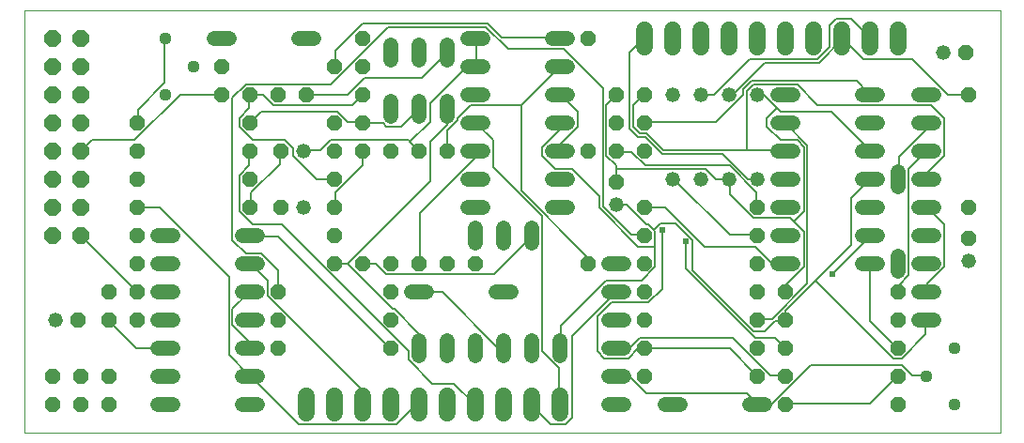
<source format=gbl>
G75*
%MOIN*%
%OFA0B0*%
%FSLAX25Y25*%
%IPPOS*%
%LPD*%
%AMOC8*
5,1,8,0,0,1.08239X$1,22.5*
%
%ADD10C,0.00000*%
%ADD11OC8,0.05200*%
%ADD12C,0.05200*%
%ADD13C,0.05200*%
%ADD14OC8,0.06000*%
%ADD15C,0.06000*%
%ADD16C,0.04400*%
%ADD17C,0.00600*%
%ADD18C,0.02400*%
D10*
X0001000Y0003500D02*
X0001000Y0153461D01*
X0347201Y0153461D01*
X0347201Y0003500D01*
X0001000Y0003500D01*
D11*
X0011000Y0013500D03*
X0021000Y0013500D03*
X0031000Y0013500D03*
X0031000Y0023500D03*
X0021000Y0023500D03*
X0011000Y0023500D03*
X0020000Y0043500D03*
X0031000Y0043500D03*
X0041000Y0043500D03*
X0041000Y0053500D03*
X0031000Y0053500D03*
X0041000Y0063500D03*
X0041000Y0073500D03*
X0041000Y0083500D03*
X0041000Y0093500D03*
X0041000Y0103500D03*
X0041000Y0113500D03*
X0071000Y0123500D03*
X0081000Y0123500D03*
X0091000Y0123500D03*
X0101000Y0123500D03*
X0121000Y0123500D03*
X0121000Y0113500D03*
X0111000Y0113500D03*
X0111000Y0103500D03*
X0121000Y0103500D03*
X0131000Y0103500D03*
X0141000Y0103500D03*
X0151000Y0103500D03*
X0111000Y0093500D03*
X0111000Y0083500D03*
X0092000Y0083500D03*
X0081000Y0083500D03*
X0081000Y0093500D03*
X0081000Y0103500D03*
X0092000Y0103500D03*
X0081000Y0113500D03*
X0071000Y0133500D03*
X0111000Y0133500D03*
X0121000Y0133500D03*
X0121000Y0143500D03*
X0201000Y0143500D03*
X0211000Y0123500D03*
X0221000Y0123500D03*
X0221000Y0113500D03*
X0211000Y0113500D03*
X0211000Y0103500D03*
X0201000Y0103500D03*
X0221000Y0103500D03*
X0211000Y0092500D03*
X0221000Y0083500D03*
X0221000Y0073500D03*
X0221000Y0063500D03*
X0221000Y0053500D03*
X0201000Y0063500D03*
X0161000Y0063500D03*
X0151000Y0063500D03*
X0141000Y0063500D03*
X0131000Y0063500D03*
X0121000Y0063500D03*
X0111000Y0063500D03*
X0111000Y0073500D03*
X0091000Y0053500D03*
X0091000Y0043500D03*
X0091000Y0033500D03*
X0131000Y0033500D03*
X0131000Y0043500D03*
X0131000Y0053500D03*
X0221000Y0043500D03*
X0221000Y0033500D03*
X0221000Y0023500D03*
X0261000Y0023500D03*
X0271000Y0023500D03*
X0271000Y0013500D03*
X0311000Y0013500D03*
X0311000Y0023500D03*
X0311000Y0033500D03*
X0311000Y0043500D03*
X0311000Y0053500D03*
X0271000Y0053500D03*
X0261000Y0053500D03*
X0261000Y0063500D03*
X0261000Y0073500D03*
X0261000Y0083500D03*
X0336000Y0083500D03*
X0336000Y0072500D03*
X0271000Y0043500D03*
X0261000Y0043500D03*
X0261000Y0033500D03*
X0271000Y0033500D03*
X0336000Y0123500D03*
X0335000Y0138500D03*
D12*
X0327000Y0138500D03*
X0261000Y0123500D03*
X0251000Y0123500D03*
X0241000Y0123500D03*
X0231000Y0123500D03*
X0231000Y0093500D03*
X0241000Y0093500D03*
X0251000Y0093500D03*
X0261000Y0093500D03*
X0211000Y0084500D03*
X0100000Y0083500D03*
X0100000Y0103500D03*
X0012000Y0043500D03*
X0336000Y0064500D03*
D13*
X0323600Y0063500D02*
X0318400Y0063500D01*
X0311000Y0066100D02*
X0311000Y0060900D01*
X0303600Y0063500D02*
X0298400Y0063500D01*
X0298400Y0073500D02*
X0303600Y0073500D01*
X0318400Y0073500D02*
X0323600Y0073500D01*
X0323600Y0083500D02*
X0318400Y0083500D01*
X0311000Y0090900D02*
X0311000Y0096100D01*
X0303600Y0093500D02*
X0298400Y0093500D01*
X0298400Y0083500D02*
X0303600Y0083500D01*
X0318400Y0093500D02*
X0323600Y0093500D01*
X0323600Y0103500D02*
X0318400Y0103500D01*
X0303600Y0103500D02*
X0298400Y0103500D01*
X0273600Y0103500D02*
X0268400Y0103500D01*
X0268400Y0093500D02*
X0273600Y0093500D01*
X0273600Y0083500D02*
X0268400Y0083500D01*
X0268400Y0073500D02*
X0273600Y0073500D01*
X0273600Y0063500D02*
X0268400Y0063500D01*
X0318400Y0053500D02*
X0323600Y0053500D01*
X0323600Y0043500D02*
X0318400Y0043500D01*
X0263600Y0013500D02*
X0258400Y0013500D01*
X0233600Y0013500D02*
X0228400Y0013500D01*
X0213600Y0013500D02*
X0208400Y0013500D01*
X0208400Y0023500D02*
X0213600Y0023500D01*
X0191000Y0030900D02*
X0191000Y0036100D01*
X0181000Y0036100D02*
X0181000Y0030900D01*
X0171000Y0030900D02*
X0171000Y0036100D01*
X0161000Y0036100D02*
X0161000Y0030900D01*
X0151000Y0030900D02*
X0151000Y0036100D01*
X0141000Y0036100D02*
X0141000Y0030900D01*
X0143600Y0053500D02*
X0138400Y0053500D01*
X0168400Y0053500D02*
X0173600Y0053500D01*
X0208400Y0053500D02*
X0213600Y0053500D01*
X0213600Y0063500D02*
X0208400Y0063500D01*
X0181000Y0070900D02*
X0181000Y0076100D01*
X0171000Y0076100D02*
X0171000Y0070900D01*
X0161000Y0070900D02*
X0161000Y0076100D01*
X0163600Y0083500D02*
X0158400Y0083500D01*
X0158400Y0093500D02*
X0163600Y0093500D01*
X0163600Y0103500D02*
X0158400Y0103500D01*
X0158400Y0113500D02*
X0163600Y0113500D01*
X0151000Y0115900D02*
X0151000Y0121100D01*
X0141000Y0121100D02*
X0141000Y0115900D01*
X0131000Y0115900D02*
X0131000Y0121100D01*
X0158400Y0123500D02*
X0163600Y0123500D01*
X0163600Y0133500D02*
X0158400Y0133500D01*
X0151000Y0135900D02*
X0151000Y0141100D01*
X0141000Y0141100D02*
X0141000Y0135900D01*
X0131000Y0135900D02*
X0131000Y0141100D01*
X0103600Y0143500D02*
X0098400Y0143500D01*
X0073600Y0143500D02*
X0068400Y0143500D01*
X0158400Y0143500D02*
X0163600Y0143500D01*
X0188400Y0143500D02*
X0193600Y0143500D01*
X0193600Y0133500D02*
X0188400Y0133500D01*
X0188400Y0123500D02*
X0193600Y0123500D01*
X0193600Y0113500D02*
X0188400Y0113500D01*
X0188400Y0103500D02*
X0193600Y0103500D01*
X0193600Y0093500D02*
X0188400Y0093500D01*
X0188400Y0083500D02*
X0193600Y0083500D01*
X0268400Y0113500D02*
X0273600Y0113500D01*
X0273600Y0123500D02*
X0268400Y0123500D01*
X0298400Y0123500D02*
X0303600Y0123500D01*
X0318400Y0123500D02*
X0323600Y0123500D01*
X0323600Y0113500D02*
X0318400Y0113500D01*
X0303600Y0113500D02*
X0298400Y0113500D01*
X0213600Y0043500D02*
X0208400Y0043500D01*
X0208400Y0033500D02*
X0213600Y0033500D01*
X0083600Y0033500D02*
X0078400Y0033500D01*
X0078400Y0043500D02*
X0083600Y0043500D01*
X0083600Y0053500D02*
X0078400Y0053500D01*
X0078400Y0063500D02*
X0083600Y0063500D01*
X0083600Y0073500D02*
X0078400Y0073500D01*
X0053600Y0073500D02*
X0048400Y0073500D01*
X0048400Y0063500D02*
X0053600Y0063500D01*
X0053600Y0053500D02*
X0048400Y0053500D01*
X0048400Y0043500D02*
X0053600Y0043500D01*
X0053600Y0033500D02*
X0048400Y0033500D01*
X0048400Y0023500D02*
X0053600Y0023500D01*
X0053600Y0013500D02*
X0048400Y0013500D01*
X0078400Y0013500D02*
X0083600Y0013500D01*
X0083600Y0023500D02*
X0078400Y0023500D01*
D14*
X0021000Y0073500D03*
X0011000Y0073500D03*
X0011000Y0083500D03*
X0021000Y0083500D03*
X0021000Y0093500D03*
X0011000Y0093500D03*
X0011000Y0103500D03*
X0021000Y0103500D03*
X0021000Y0113500D03*
X0011000Y0113500D03*
X0011000Y0123500D03*
X0021000Y0123500D03*
X0021000Y0133500D03*
X0011000Y0133500D03*
X0011000Y0143500D03*
X0021000Y0143500D03*
D15*
X0221000Y0140500D02*
X0221000Y0146500D01*
X0231000Y0146500D02*
X0231000Y0140500D01*
X0241000Y0140500D02*
X0241000Y0146500D01*
X0251000Y0146500D02*
X0251000Y0140500D01*
X0261000Y0140500D02*
X0261000Y0146500D01*
X0271000Y0146500D02*
X0271000Y0140500D01*
X0281000Y0140500D02*
X0281000Y0146500D01*
X0291000Y0146500D02*
X0291000Y0140500D01*
X0301000Y0140500D02*
X0301000Y0146500D01*
X0311000Y0146500D02*
X0311000Y0140500D01*
X0191000Y0016500D02*
X0191000Y0010500D01*
X0181000Y0010500D02*
X0181000Y0016500D01*
X0171000Y0016500D02*
X0171000Y0010500D01*
X0161000Y0010500D02*
X0161000Y0016500D01*
X0151000Y0016500D02*
X0151000Y0010500D01*
X0141000Y0010500D02*
X0141000Y0016500D01*
X0131000Y0016500D02*
X0131000Y0010500D01*
X0121000Y0010500D02*
X0121000Y0016500D01*
X0111000Y0016500D02*
X0111000Y0010500D01*
X0101000Y0010500D02*
X0101000Y0016500D01*
D16*
X0321000Y0023500D03*
X0331000Y0013500D03*
X0331000Y0033500D03*
X0061000Y0133500D03*
X0051000Y0143500D03*
X0051000Y0123500D03*
D17*
X0056200Y0123500D02*
X0040000Y0107300D01*
X0025000Y0107300D01*
X0021400Y0103700D01*
X0021000Y0103500D01*
X0041000Y0113500D02*
X0041200Y0113900D01*
X0041200Y0118100D01*
X0050800Y0127700D01*
X0050800Y0143300D01*
X0051000Y0143500D01*
X0074800Y0122300D02*
X0079600Y0127100D01*
X0109600Y0127100D01*
X0130000Y0147500D01*
X0164800Y0147500D01*
X0172600Y0139700D01*
X0192400Y0139700D01*
X0206200Y0125900D01*
X0206200Y0083900D01*
X0216400Y0073700D01*
X0220600Y0073700D01*
X0221000Y0073500D01*
X0224200Y0075500D02*
X0224800Y0074900D01*
X0224800Y0069500D01*
X0218800Y0069500D01*
X0205000Y0083300D01*
X0205000Y0087500D01*
X0195400Y0097100D01*
X0189400Y0097100D01*
X0184600Y0101900D01*
X0184600Y0104900D01*
X0190600Y0110900D01*
X0190600Y0113300D01*
X0191000Y0113500D01*
X0197200Y0112100D02*
X0197200Y0117500D01*
X0191200Y0123500D01*
X0191000Y0123500D01*
X0191000Y0133500D02*
X0177400Y0119900D01*
X0177400Y0089300D01*
X0200800Y0065900D01*
X0200800Y0063500D01*
X0201000Y0063500D01*
X0207400Y0057500D02*
X0191200Y0041300D01*
X0191200Y0033500D01*
X0191000Y0033500D01*
X0184600Y0032300D02*
X0184600Y0080300D01*
X0167200Y0097700D01*
X0167200Y0107300D01*
X0161000Y0113500D01*
X0154600Y0114500D02*
X0154600Y0115100D01*
X0159400Y0119900D01*
X0177400Y0119900D01*
X0191200Y0106100D02*
X0197200Y0112100D01*
X0191200Y0106100D02*
X0191200Y0103700D01*
X0191000Y0103500D01*
X0207400Y0101900D02*
X0207400Y0119900D01*
X0211000Y0123500D01*
X0217000Y0119900D02*
X0220600Y0123500D01*
X0221000Y0123500D01*
X0217000Y0119900D02*
X0217000Y0112100D01*
X0219400Y0109700D01*
X0221800Y0109700D01*
X0227800Y0103700D01*
X0257200Y0103700D01*
X0257200Y0124700D01*
X0259600Y0127100D01*
X0275200Y0127100D01*
X0282400Y0119900D01*
X0322600Y0119900D01*
X0327400Y0115100D01*
X0327400Y0101900D01*
X0321400Y0095900D01*
X0321400Y0093500D01*
X0321000Y0093500D01*
X0314800Y0097100D02*
X0320800Y0103100D01*
X0321000Y0103500D01*
X0320800Y0110900D02*
X0311200Y0101300D01*
X0311200Y0093500D01*
X0311000Y0093500D01*
X0314800Y0097100D02*
X0314800Y0059300D01*
X0311200Y0055700D01*
X0311200Y0053900D01*
X0311000Y0053500D01*
X0321000Y0053500D02*
X0321400Y0053900D01*
X0321400Y0056300D01*
X0327400Y0062300D01*
X0327400Y0077300D01*
X0321400Y0083300D01*
X0321000Y0083500D01*
X0301000Y0093500D02*
X0294400Y0086900D01*
X0294400Y0070100D01*
X0281800Y0057500D01*
X0309400Y0029900D01*
X0312400Y0029900D01*
X0320800Y0038300D01*
X0320800Y0043100D01*
X0321000Y0043500D01*
X0311000Y0033500D02*
X0310600Y0033500D01*
X0301000Y0043100D01*
X0301000Y0063500D01*
X0301000Y0073100D02*
X0287800Y0059900D01*
X0281800Y0057500D02*
X0271000Y0046700D01*
X0271000Y0043500D01*
X0271000Y0043100D01*
X0267400Y0043100D01*
X0263800Y0039500D01*
X0259600Y0039500D01*
X0238000Y0061100D01*
X0238000Y0071900D01*
X0232000Y0077900D01*
X0226600Y0077900D01*
X0224200Y0075500D01*
X0222400Y0077300D01*
X0221800Y0077300D01*
X0214600Y0084500D01*
X0211000Y0084500D01*
X0221000Y0083500D02*
X0221200Y0083300D01*
X0228400Y0083300D01*
X0242200Y0069500D01*
X0260200Y0069500D01*
X0266200Y0063500D01*
X0271000Y0063500D01*
X0277600Y0062300D02*
X0277600Y0074900D01*
X0274000Y0078500D01*
X0277600Y0082100D01*
X0277600Y0104900D01*
X0275200Y0107300D01*
X0269200Y0107300D01*
X0264400Y0112100D01*
X0264400Y0115100D01*
X0268000Y0118700D01*
X0263200Y0123500D01*
X0261000Y0123500D01*
X0256000Y0123500D02*
X0256000Y0125300D01*
X0259000Y0128300D01*
X0296200Y0128300D01*
X0301000Y0123500D01*
X0287200Y0117500D02*
X0301000Y0103700D01*
X0301000Y0103500D01*
X0320800Y0110900D02*
X0320800Y0113300D01*
X0321000Y0113500D01*
X0328600Y0123500D02*
X0316000Y0136100D01*
X0298600Y0136100D01*
X0291400Y0143300D01*
X0291000Y0143500D01*
X0291400Y0143300D02*
X0283000Y0134900D01*
X0263800Y0134900D01*
X0252400Y0123500D01*
X0251000Y0123500D01*
X0245800Y0123500D02*
X0258400Y0136100D01*
X0282400Y0136100D01*
X0286600Y0140300D01*
X0286600Y0148100D01*
X0289000Y0150500D01*
X0294400Y0150500D01*
X0301000Y0143900D01*
X0301000Y0143500D01*
X0328600Y0123500D02*
X0336000Y0123500D01*
X0287200Y0117500D02*
X0269200Y0117500D01*
X0268000Y0118700D01*
X0271000Y0113500D02*
X0271000Y0113300D01*
X0278800Y0105500D01*
X0278800Y0056300D01*
X0266200Y0043700D01*
X0261400Y0043700D01*
X0261000Y0043500D01*
X0260200Y0037100D02*
X0267400Y0037100D01*
X0271000Y0033500D01*
X0260200Y0037100D02*
X0235600Y0061700D01*
X0235600Y0071300D01*
X0227200Y0075500D02*
X0227200Y0054500D01*
X0222400Y0049700D01*
X0209200Y0049700D01*
X0204400Y0044900D01*
X0204400Y0032300D01*
X0206800Y0029900D01*
X0215200Y0029900D01*
X0218800Y0033500D01*
X0221000Y0033500D01*
X0251200Y0033500D01*
X0260800Y0023900D01*
X0261000Y0023500D01*
X0265600Y0023900D02*
X0271000Y0023900D01*
X0271000Y0023500D01*
X0265600Y0023900D02*
X0252400Y0037100D01*
X0219400Y0037100D01*
X0215800Y0033500D01*
X0211000Y0033500D01*
X0195400Y0037700D02*
X0195400Y0008900D01*
X0193000Y0006500D01*
X0187600Y0006500D01*
X0181000Y0013100D01*
X0181000Y0013500D01*
X0190600Y0013700D02*
X0191000Y0013500D01*
X0190600Y0013700D02*
X0190600Y0026300D01*
X0184600Y0032300D01*
X0195400Y0037700D02*
X0211000Y0053300D01*
X0211000Y0053500D01*
X0207400Y0057500D02*
X0220000Y0057500D01*
X0224800Y0062300D01*
X0224800Y0069500D01*
X0231400Y0093500D02*
X0251200Y0073700D01*
X0260800Y0073700D01*
X0261000Y0073500D01*
X0259600Y0079700D02*
X0251200Y0088100D01*
X0251200Y0093500D01*
X0251000Y0093500D01*
X0246400Y0093500D01*
X0242800Y0097100D01*
X0211000Y0097100D01*
X0211000Y0092500D01*
X0211000Y0097100D02*
X0211000Y0098300D01*
X0207400Y0101900D01*
X0211000Y0103100D02*
X0211000Y0103500D01*
X0211000Y0103100D02*
X0216400Y0103100D01*
X0221200Y0098300D01*
X0251200Y0098300D01*
X0260800Y0088700D01*
X0260800Y0083900D01*
X0261000Y0083500D01*
X0259600Y0079700D02*
X0272800Y0079700D01*
X0274000Y0078500D01*
X0301000Y0073500D02*
X0301000Y0073100D01*
X0277600Y0062300D02*
X0271000Y0055700D01*
X0271000Y0053500D01*
X0280000Y0027500D02*
X0266200Y0013700D01*
X0261400Y0013700D01*
X0261000Y0013500D01*
X0257200Y0017300D01*
X0221800Y0017300D01*
X0215800Y0023300D01*
X0211000Y0023300D01*
X0211000Y0023500D01*
X0171000Y0033500D02*
X0169000Y0033500D01*
X0149200Y0053300D01*
X0141400Y0053300D01*
X0141000Y0053500D01*
X0132400Y0047300D02*
X0140800Y0038900D01*
X0140800Y0033500D01*
X0141000Y0033500D01*
X0137200Y0032300D02*
X0137200Y0029300D01*
X0145600Y0020900D01*
X0153400Y0020900D01*
X0160600Y0013700D01*
X0161000Y0013500D01*
X0141000Y0013500D02*
X0140800Y0013100D01*
X0139600Y0013100D01*
X0133000Y0006500D01*
X0098200Y0006500D01*
X0081400Y0023300D01*
X0081000Y0023500D01*
X0080800Y0023900D01*
X0073600Y0031100D01*
X0073600Y0058700D01*
X0049000Y0083300D01*
X0041200Y0083300D01*
X0041000Y0083500D01*
X0021000Y0073500D02*
X0041000Y0053500D01*
X0031000Y0043500D02*
X0031000Y0043100D01*
X0040600Y0033500D01*
X0051000Y0033500D01*
X0074800Y0041900D02*
X0074800Y0047300D01*
X0081000Y0053500D01*
X0087400Y0052100D02*
X0087400Y0057500D01*
X0081400Y0063500D01*
X0081000Y0063500D01*
X0079600Y0067100D02*
X0085000Y0067100D01*
X0091000Y0061100D01*
X0091000Y0053500D01*
X0087400Y0052100D02*
X0121000Y0018500D01*
X0121000Y0013500D01*
X0137200Y0032300D02*
X0092200Y0077300D01*
X0082000Y0077300D01*
X0077200Y0082100D01*
X0077200Y0094700D01*
X0080800Y0098300D01*
X0080800Y0103100D01*
X0081000Y0103500D01*
X0082000Y0107300D02*
X0093400Y0107300D01*
X0096400Y0104300D01*
X0096400Y0101900D01*
X0104800Y0093500D01*
X0111000Y0093500D01*
X0111400Y0088700D02*
X0121000Y0098300D01*
X0121000Y0103500D01*
X0109600Y0107300D02*
X0137200Y0107300D01*
X0137800Y0106700D01*
X0145000Y0113900D01*
X0145000Y0120500D01*
X0157600Y0133100D01*
X0160600Y0133100D01*
X0161000Y0133500D01*
X0161200Y0133700D01*
X0161200Y0143300D01*
X0161000Y0143500D01*
X0165400Y0148700D02*
X0121000Y0148700D01*
X0111400Y0139100D01*
X0111400Y0133700D01*
X0111000Y0133500D01*
X0115600Y0123500D02*
X0121600Y0129500D01*
X0142000Y0129500D01*
X0151000Y0138500D01*
X0165400Y0148700D02*
X0170200Y0143900D01*
X0190600Y0143900D01*
X0191000Y0143500D01*
X0215800Y0138500D02*
X0220600Y0143300D01*
X0221000Y0143500D01*
X0215800Y0138500D02*
X0215800Y0111500D01*
X0218800Y0108500D01*
X0221200Y0108500D01*
X0227200Y0102500D01*
X0248800Y0102500D01*
X0257800Y0093500D01*
X0261000Y0093500D01*
X0271000Y0103500D02*
X0271000Y0103700D01*
X0257200Y0103700D01*
X0246400Y0113900D02*
X0256000Y0123500D01*
X0245800Y0123500D02*
X0241000Y0123500D01*
X0246400Y0113900D02*
X0221200Y0113900D01*
X0221000Y0113500D01*
X0231000Y0093500D02*
X0231400Y0093500D01*
X0181000Y0073500D02*
X0181000Y0073100D01*
X0167800Y0059900D01*
X0129400Y0059900D01*
X0125800Y0063500D01*
X0121000Y0063500D01*
X0115600Y0063500D02*
X0145000Y0092900D01*
X0145000Y0106700D01*
X0151000Y0112700D01*
X0151000Y0118500D01*
X0141000Y0118500D02*
X0140800Y0118100D01*
X0134800Y0112100D01*
X0129400Y0112100D01*
X0128200Y0113300D01*
X0121000Y0113300D01*
X0121000Y0113500D01*
X0121000Y0113900D01*
X0115600Y0113900D01*
X0112000Y0117500D01*
X0085000Y0117500D01*
X0081000Y0113500D01*
X0077200Y0112100D02*
X0082000Y0107300D01*
X0077200Y0112100D02*
X0077200Y0115100D01*
X0080800Y0118700D01*
X0080800Y0123500D01*
X0081000Y0123500D01*
X0085600Y0123500D01*
X0089200Y0119900D01*
X0117400Y0119900D01*
X0121000Y0123500D01*
X0115600Y0123500D02*
X0101000Y0123500D01*
X0074800Y0122300D02*
X0074800Y0071900D01*
X0079600Y0067100D01*
X0081400Y0073100D02*
X0081000Y0073500D01*
X0081400Y0073100D02*
X0091000Y0073100D01*
X0130600Y0033500D01*
X0131000Y0033500D01*
X0131800Y0047300D02*
X0132400Y0047300D01*
X0131800Y0047300D02*
X0115600Y0063500D01*
X0111000Y0063500D01*
X0141000Y0063500D02*
X0141400Y0063500D01*
X0141400Y0081500D01*
X0160600Y0100700D01*
X0160600Y0103100D01*
X0161000Y0103500D01*
X0151000Y0103500D02*
X0151000Y0110900D01*
X0154600Y0114500D01*
X0141000Y0103500D02*
X0137800Y0106700D01*
X0109600Y0107300D02*
X0106000Y0103700D01*
X0100000Y0103700D01*
X0100000Y0103500D01*
X0092000Y0103500D02*
X0091600Y0103100D01*
X0091600Y0098900D01*
X0081400Y0088700D01*
X0081400Y0083900D01*
X0081000Y0083500D01*
X0111000Y0083500D02*
X0111400Y0083900D01*
X0111400Y0088700D01*
X0071000Y0123500D02*
X0056200Y0123500D01*
X0074800Y0041900D02*
X0080800Y0035900D01*
X0080800Y0033500D01*
X0081000Y0033500D01*
X0271000Y0013700D02*
X0271000Y0013500D01*
X0271000Y0013700D02*
X0301000Y0013700D01*
X0310600Y0023300D01*
X0311000Y0023500D01*
X0312400Y0027500D02*
X0316000Y0023900D01*
X0320800Y0023900D01*
X0321000Y0023500D01*
X0312400Y0027500D02*
X0280000Y0027500D01*
D18*
X0287800Y0059900D03*
X0235600Y0071300D03*
X0227200Y0075500D03*
M02*

</source>
